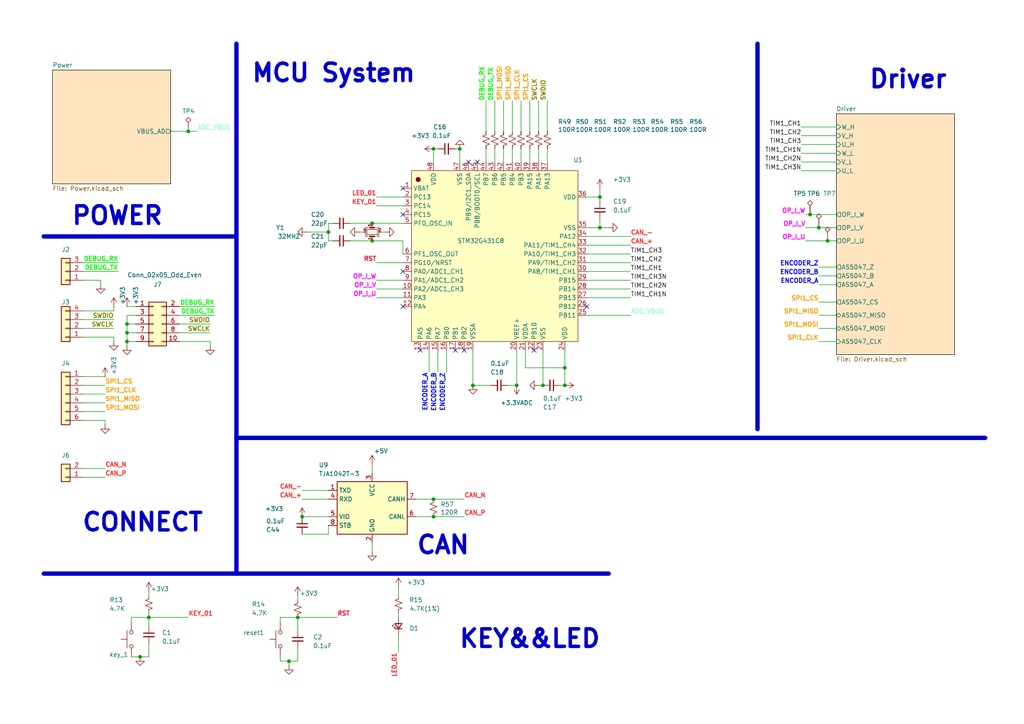
<source format=kicad_sch>
(kicad_sch (version 20231120) (generator "eeschema") (generator_version "8.0")
  (paper "A4")
  (title_block (title "G431_FOC") (date "2024-05-29") (rev "xxx") (company "速比特电子"))
  (lib_symbols
    (symbol "+3.3V_1" (power) (pin_numbers hide) (pin_names (offset 0) hide)
      (property "Value" "+3.3V" (at 0 3.556 0))
      (symbol "+3.3V_1_0_1"
        (polyline (pts (xy -0.762 1.27) (xy 0 2.54)))
        (polyline (pts (xy 0 0) (xy 0 2.54)))
        (polyline (pts (xy 0 2.54) (xy 0.762 1.27)))
      )
      (symbol "+3.3V_1_1_1"
        (pin power_in line (at 0 0 90) (length 0) (name "~") (number "1"))
      )
    )
    (symbol "+3.3V_2" (power) (pin_numbers hide) (pin_names (offset 0) hide)
      (property "Value" "+3.3V" (at 0 3.556 0))
      (symbol "+3.3V_2_0_1"
        (polyline (pts (xy -0.762 1.27) (xy 0 2.54)))
        (polyline (pts (xy 0 0) (xy 0 2.54)))
        (polyline (pts (xy 0 2.54) (xy 0.762 1.27)))
      )
      (symbol "+3.3V_2_1_1"
        (pin power_in line (at 0 0 90) (length 0) (name "~") (number "1"))
      )
    )
    (symbol "+3.3V_3" (power) (pin_numbers hide) (pin_names (offset 0) hide)
      (property "Value" "+3.3V" (at 0 3.556 0))
      (symbol "+3.3V_3_0_1"
        (polyline (pts (xy -0.762 1.27) (xy 0 2.54)))
        (polyline (pts (xy 0 0) (xy 0 2.54)))
        (polyline (pts (xy 0 2.54) (xy 0.762 1.27)))
      )
      (symbol "+3.3V_3_1_1"
        (pin power_in line (at 0 0 90) (length 0) (name "~") (number "1"))
      )
    )
    (symbol "+3.3V_4" (power) (pin_numbers hide) (pin_names (offset 0) hide)
      (property "Value" "+3.3V" (at 0 3.556 0))
      (symbol "+3.3V_4_0_1"
        (polyline (pts (xy -0.762 1.27) (xy 0 2.54)))
        (polyline (pts (xy 0 0) (xy 0 2.54)))
        (polyline (pts (xy 0 2.54) (xy 0.762 1.27)))
      )
      (symbol "+3.3V_4_1_1"
        (pin power_in line (at 0 0 90) (length 0) (name "~") (number "1"))
      )
    )
    (symbol "+3.3V_5" (power) (pin_numbers hide) (pin_names (offset 0) hide)
      (property "Value" "+3.3V" (at 0 3.556 0))
      (symbol "+3.3V_5_0_1"
        (polyline (pts (xy -0.762 1.27) (xy 0 2.54)))
        (polyline (pts (xy 0 0) (xy 0 2.54)))
        (polyline (pts (xy 0 2.54) (xy 0.762 1.27)))
      )
      (symbol "+3.3V_5_1_1"
        (pin power_in line (at 0 0 90) (length 0) (name "~") (number "1"))
      )
    )
    (symbol "Connector:TestPoint_Alt" (pin_numbers hide) (pin_names (offset 0.762) hide)
      (property "Reference" "TP" (at 0 6.858 0))
      (property "Value" "TestPoint_Alt" (at 0 5.08 0))
      (symbol "TestPoint_Alt_0_1"
        (polyline (pts (xy 0 2.54) (xy -0.762 3.302) (xy 0 4.064) (xy 0.762 3.302) (xy 0 2.54)))
      )
      (symbol "TestPoint_Alt_1_1"
        (pin passive line (at 0 0 90) (length 2.54) (name "1") (number "1"))
      )
    )
    (symbol "Connector_Generic:Conn_01x02" (pin_names (offset 1.016) hide)
      (property "Reference" "J" (at 0 2.54 0))
      (property "Value" "Conn_01x02" (at 0 -5.08 0))
      (symbol "Conn_01x02_1_1"
        (rectangle (start -1.27 -2.413) (end 0 -2.667) (stroke (width 0.1524)))
        (rectangle (start -1.27 0.127) (end 0 -0.127) (stroke (width 0.1524)))
        (rectangle (start -1.27 1.27) (end 1.27 -3.81) (stroke (width 0.254)) (fill (type background)))
        (pin passive line (at -5.08 0 0) (length 3.81) (name "Pin_1") (number "1"))
        (pin passive line (at -5.08 -2.54 0) (length 3.81) (name "Pin_2") (number "2"))
      )
    )
    (symbol "Connector_Generic:Conn_01x03" (pin_names (offset 1.016) hide)
      (property "Reference" "J" (at 0 5.08 0))
      (property "Value" "Conn_01x03" (at 0 -5.08 0))
      (symbol "Conn_01x03_1_1"
        (rectangle (start -1.27 -2.413) (end 0 -2.667) (stroke (width 0.1524)))
        (rectangle (start -1.27 0.127) (end 0 -0.127) (stroke (width 0.1524)))
        (rectangle (start -1.27 2.667) (end 0 2.413) (stroke (width 0.1524)))
        (rectangle (start -1.27 3.81) (end 1.27 -3.81) (stroke (width 0.254)) (fill (type background)))
        (pin passive line (at -5.08 2.54 0) (length 3.81) (name "Pin_1") (number "1"))
        (pin passive line (at -5.08 0 0) (length 3.81) (name "Pin_2") (number "2"))
        (pin passive line (at -5.08 -2.54 0) (length 3.81) (name "Pin_3") (number "3"))
      )
    )
    (symbol "Connector_Generic:Conn_01x04" (pin_names (offset 1.016) hide)
      (property "Reference" "J" (at 0 5.08 0))
      (property "Value" "Conn_01x04" (at 0 -7.62 0))
      (symbol "Conn_01x04_1_1"
        (rectangle (start -1.27 -4.953) (end 0 -5.207) (stroke (width 0.1524)))
        (rectangle (start -1.27 -2.413) (end 0 -2.667) (stroke (width 0.1524)))
        (rectangle (start -1.27 0.127) (end 0 -0.127) (stroke (width 0.1524)))
        (rectangle (start -1.27 2.667) (end 0 2.413) (stroke (width 0.1524)))
        (rectangle (start -1.27 3.81) (end 1.27 -6.35) (stroke (width 0.254)) (fill (type background)))
        (pin passive line (at -5.08 2.54 0) (length 3.81) (name "Pin_1") (number "1"))
        (pin passive line (at -5.08 0 0) (length 3.81) (name "Pin_2") (number "2"))
        (pin passive line (at -5.08 -2.54 0) (length 3.81) (name "Pin_3") (number "3"))
        (pin passive line (at -5.08 -5.08 0) (length 3.81) (name "Pin_4") (number "4"))
      )
    )
    (symbol "Connector_Generic:Conn_01x06" (pin_names (offset 1.016) hide)
      (property "Reference" "J" (at 0 7.62 0))
      (property "Value" "Conn_01x06" (at 0 -10.16 0))
      (symbol "Conn_01x06_1_1"
        (rectangle (start -1.27 -7.493) (end 0 -7.747) (stroke (width 0.1524)))
        (rectangle (start -1.27 -4.953) (end 0 -5.207) (stroke (width 0.1524)))
        (rectangle (start -1.27 -2.413) (end 0 -2.667) (stroke (width 0.1524)))
        (rectangle (start -1.27 0.127) (end 0 -0.127) (stroke (width 0.1524)))
        (rectangle (start -1.27 2.667) (end 0 2.413) (stroke (width 0.1524)))
        (rectangle (start -1.27 5.207) (end 0 4.953) (stroke (width 0.1524)))
        (rectangle (start -1.27 6.35) (end 1.27 -8.89) (stroke (width 0.254)) (fill (type background)))
        (pin passive line (at -5.08 5.08 0) (length 3.81) (name "Pin_1") (number "1"))
        (pin passive line (at -5.08 2.54 0) (length 3.81) (name "Pin_2") (number "2"))
        (pin passive line (at -5.08 0 0) (length 3.81) (name "Pin_3") (number "3"))
        (pin passive line (at -5.08 -2.54 0) (length 3.81) (name "Pin_4") (number "4"))
        (pin passive line (at -5.08 -5.08 0) (length 3.81) (name "Pin_5") (number "5"))
        (pin passive line (at -5.08 -7.62 0) (length 3.81) (name "Pin_6") (number "6"))
      )
    )
    (symbol "Connector_Generic:Conn_02x05_Odd_Even" (pin_names (offset 1.016) hide)
      (property "Reference" "J" (at 1.27 7.62 0))
      (property "Value" "Conn_02x05_Odd_Even" (at 1.27 -7.62 0))
      (symbol "Conn_02x05_Odd_Even_1_1"
        (rectangle (start -1.27 -4.953) (end 0 -5.207) (stroke (width 0.1524)))
        (rectangle (start -1.27 -2.413) (end 0 -2.667) (stroke (width 0.1524)))
        (rectangle (start -1.27 0.127) (end 0 -0.127) (stroke (width 0.1524)))
        (rectangle (start -1.27 2.667) (end 0 2.413) (stroke (width 0.1524)))
        (rectangle (start -1.27 5.207) (end 0 4.953) (stroke (width 0.1524)))
        (rectangle (start -1.27 6.35) (end 3.81 -6.35) (stroke (width 0.254)) (fill (type background)))
        (rectangle (start 3.81 -4.953) (end 2.54 -5.207) (stroke (width 0.1524)))
        (rectangle (start 3.81 -2.413) (end 2.54 -2.667) (stroke (width 0.1524)))
        (rectangle (start 3.81 0.127) (end 2.54 -0.127) (stroke (width 0.1524)))
        (rectangle (start 3.81 2.667) (end 2.54 2.413) (stroke (width 0.1524)))
        (rectangle (start 3.81 5.207) (end 2.54 4.953) (stroke (width 0.1524)))
        (pin passive line (at -5.08 5.08 0) (length 3.81) (name "Pin_1") (number "1"))
        (pin passive line (at 7.62 -5.08 180) (length 3.81) (name "Pin_10") (number "10"))
        (pin passive line (at 7.62 5.08 180) (length 3.81) (name "Pin_2") (number "2"))
        (pin passive line (at -5.08 2.54 0) (length 3.81) (name "Pin_3") (number "3"))
        (pin passive line (at 7.62 2.54 180) (length 3.81) (name "Pin_4") (number "4"))
        (pin passive line (at -5.08 0 0) (length 3.81) (name "Pin_5") (number "5"))
        (pin passive line (at 7.62 0 180) (length 3.81) (name "Pin_6") (number "6"))
        (pin passive line (at -5.08 -2.54 0) (length 3.81) (name "Pin_7") (number "7"))
        (pin passive line (at 7.62 -2.54 180) (length 3.81) (name "Pin_8") (number "8"))
        (pin passive line (at -5.08 -5.08 0) (length 3.81) (name "Pin_9") (number "9"))
      )
    )
    (symbol "Device:C_Small" (pin_numbers hide) (pin_names (offset 0.254) hide)
      (property "Reference" "C" (at 0.254 1.778 0))
      (property "Value" "C_Small" (at 0.254 -2.032 0))
      (symbol "C_Small_0_1"
        (polyline (pts (xy -1.524 -0.508) (xy 1.524 -0.508)) (stroke (width 0.3302)))
        (polyline (pts (xy -1.524 0.508) (xy 1.524 0.508)) (stroke (width 0.3048)))
      )
      (symbol "C_Small_1_1"
        (pin passive line (at 0 2.54 270) (length 2.032) (name "~") (number "1"))
        (pin passive line (at 0 -2.54 90) (length 2.032) (name "~") (number "2"))
      )
    )
    (symbol "Device:Crystal_GND24_Small" (pin_names (offset 1.016) hide)
      (property "Reference" "Y" (at 1.27 4.445 0))
      (property "Value" "Crystal_GND24_Small" (at 1.27 2.54 0))
      (symbol "Crystal_GND24_Small_0_1"
        (rectangle (start -0.762 -1.524) (end 0.762 1.524))
        (polyline (pts (xy -1.27 -0.762) (xy -1.27 0.762)) (stroke (width 0.381)))
        (polyline (pts (xy 1.27 -0.762) (xy 1.27 0.762)) (stroke (width 0.381)))
        (polyline (pts (xy -1.27 -1.27) (xy -1.27 -1.905) (xy 1.27 -1.905) (xy 1.27 -1.27)))
        (polyline (pts (xy -1.27 1.27) (xy -1.27 1.905) (xy 1.27 1.905) (xy 1.27 1.27)))
      )
      (symbol "Crystal_GND24_Small_1_1"
        (pin passive line (at -2.54 0 0) (length 1.27) (name "1") (number "1"))
        (pin passive line (at 0 -2.54 90) (length 0.635) (name "2") (number "2"))
        (pin passive line (at 2.54 0 180) (length 1.27) (name "3") (number "3"))
        (pin passive line (at 0 2.54 270) (length 0.635) (name "4") (number "4"))
      )
    )
    (symbol "Device:LED_Small" (pin_numbers hide) (pin_names (offset 0.254) hide)
      (property "Reference" "D" (at -1.27 3.175 0))
      (property "Value" "LED_Small" (at -4.445 -2.54 0))
      (symbol "LED_Small_0_1"
        (polyline (pts (xy -0.762 -1.016) (xy -0.762 1.016)) (stroke (width 0.254)))
        (polyline (pts (xy 1.016 0) (xy -0.762 0)))
        (polyline (pts (xy 0.762 -1.016) (xy -0.762 0) (xy 0.762 1.016) (xy 0.762 -1.016)) (stroke (width 0.254)))
        (polyline (pts (xy 0 0.762) (xy -0.508 1.27) (xy -0.254 1.27) (xy -0.508 1.27) (xy -0.508 1.016)))
        (polyline (pts (xy 0.508 1.27) (xy 0 1.778) (xy 0.254 1.778) (xy 0 1.778) (xy 0 1.524)))
      )
      (symbol "LED_Small_1_1"
        (pin passive line (at -2.54 0 0) (length 1.778) (name "K") (number "1"))
        (pin passive line (at 2.54 0 180) (length 1.778) (name "A") (number "2"))
      )
    )
    (symbol "Device:R_Small_US" (pin_numbers hide) (pin_names (offset 0.254) hide)
      (property "Reference" "R" (at 0.762 0.508 0))
      (property "Value" "R_Small_US" (at 0.762 -1.016 0))
      (symbol "R_Small_US_1_1"
        (polyline (pts (xy 0 0) (xy 1.016 -0.381) (xy 0 -0.762) (xy -1.016 -1.143) (xy 0 -1.524)))
        (polyline (pts (xy 0 1.524) (xy 1.016 1.143) (xy 0 0.762) (xy -1.016 0.381) (xy 0 0)))
        (pin passive line (at 0 2.54 270) (length 1.016) (name "~") (number "1"))
        (pin passive line (at 0 -2.54 90) (length 1.016) (name "~") (number "2"))
      )
    )
    (symbol "GND_1" (power) (pin_numbers hide) (pin_names (offset 0) hide)
      (property "Value" "GND" (at 0 -3.81 0))
      (symbol "GND_1_0_1"
        (polyline (pts (xy 0 0) (xy 0 -1.27) (xy 1.27 -1.27) (xy 0 -2.54) (xy -1.27 -1.27) (xy 0 -1.27)))
      )
      (symbol "GND_1_1_1"
        (pin power_in line (at 0 0 270) (length 0) (name "~") (number "1"))
      )
    )
    (symbol "GND_2" (power) (pin_numbers hide) (pin_names (offset 0) hide)
      (property "Value" "GND" (at 0 -3.81 0))
      (symbol "GND_2_0_1"
        (polyline (pts (xy 0 0) (xy 0 -1.27) (xy 1.27 -1.27) (xy 0 -2.54) (xy -1.27 -1.27) (xy 0 -1.27)))
      )
      (symbol "GND_2_1_1"
        (pin power_in line (at 0 0 270) (length 0) (name "~") (number "1"))
      )
    )
    (symbol "GND_3" (power) (pin_numbers hide) (pin_names (offset 0) hide)
      (property "Value" "GND" (at 0 -3.81 0))
      (symbol "GND_3_0_1"
        (polyline (pts (xy 0 0) (xy 0 -1.27) (xy 1.27 -1.27) (xy 0 -2.54) (xy -1.27 -1.27) (xy 0 -1.27)))
      )
      (symbol "GND_3_1_1"
        (pin power_in line (at 0 0 270) (length 0) (name "~") (number "1"))
      )
    )
    (symbol "GND_4" (power) (pin_numbers hide) (pin_names (offset 0) hide)
      (property "Value" "GND" (at 0 -3.81 0))
      (symbol "GND_4_0_1"
        (polyline (pts (xy 0 0) (xy 0 -1.27) (xy 1.27 -1.27) (xy 0 -2.54) (xy -1.27 -1.27) (xy 0 -1.27)))
      )
      (symbol "GND_4_1_1"
        (pin power_in line (at 0 0 270) (length 0) (name "~") (number "1"))
      )
    )
    (symbol "GND_5" (power) (pin_numbers hide) (pin_names (offset 0) hide)
      (property "Value" "GND" (at 0 -3.81 0))
      (symbol "GND_5_0_1"
        (polyline (pts (xy 0 0) (xy 0 -1.27) (xy 1.27 -1.27) (xy 0 -2.54) (xy -1.27 -1.27) (xy 0 -1.27)))
      )
      (symbol "GND_5_1_1"
        (pin power_in line (at 0 0 270) (length 0) (name "~") (number "1"))
      )
    )
    (symbol "Interface_CAN_LIN:TJA1042T-3"
      (property "Reference" "U" (at -10.16 8.89 0))
      (property "Value" "TJA1042T-3" (at 1.27 8.89 0))
      (symbol "TJA1042T-3_0_1"
        (rectangle (start -10.16 7.62) (end 10.16 -7.62) (stroke (width 0.254)) (fill (type background)))
      )
      (symbol "TJA1042T-3_1_1"
        (pin input line (at -12.7 5.08 0) (length 2.54) (name "TXD") (number "1"))
        (pin power_in line (at 0 -10.16 90) (length 2.54) (name "GND") (number "2"))
        (pin power_in line (at 0 10.16 270) (length 2.54) (name "VCC") (number "3"))
        (pin output line (at -12.7 2.54 0) (length 2.54) (name "RXD") (number "4"))
        (pin power_in line (at -12.7 -2.54 0) (length 2.54) (name "VIO") (number "5"))
        (pin bidirectional line (at 12.7 -2.54 180) (length 2.54) (name "CANL") (number "6"))
        (pin bidirectional line (at 12.7 2.54 180) (length 2.54) (name "CANH") (number "7"))
        (pin input line (at -12.7 -5.08 0) (length 2.54) (name "STB") (number "8"))
      )
    )
    (symbol "SW_Push_1" (pin_numbers hide) (pin_names (offset 1.016) hide)
      (property "Reference" "SW" (at 1.27 2.54 0))
      (property "Value" "SW_Push" (at 0 -1.524 0))
      (symbol "SW_Push_1_0_1"
        (circle (center -2.032 0) (radius 0.508))
        (polyline (pts (xy 0 1.27) (xy 0 3.048)))
        (polyline (pts (xy 2.54 1.27) (xy -2.54 1.27)))
        (circle (center 2.032 0) (radius 0.508))
        (pin passive line (at -5.08 0 0) (length 2.54) (name "1") (number "1"))
        (pin passive line (at 5.08 0 180) (length 2.54) (name "2") (number "2"))
      )
    )
    (symbol "Switch:SW_Push" (pin_numbers hide) (pin_names (offset 1.016) hide)
      (property "Reference" "SW" (at 1.27 2.54 0))
      (property "Value" "SW_Push" (at 0 -1.524 0))
      (symbol "SW_Push_0_1"
        (circle (center -2.032 0) (radius 0.508))
        (polyline (pts (xy 0 1.27) (xy 0 3.048)))
        (polyline (pts (xy 2.54 1.27) (xy -2.54 1.27)))
        (circle (center 2.032 0) (radius 0.508))
        (pin passive line (at -5.08 0 0) (length 2.54) (name "1") (number "1"))
        (pin passive line (at 5.08 0 180) (length 2.54) (name "2") (number "2"))
      )
    )
    (symbol "User_Mcu:STM32G431C8TX"
      (property "Reference" "U" (at -21.844 -3.048 0))
      (symbol "STM32G431C8TX_0_1"
        (rectangle (start -22.86 -10.16) (end 25.4 -59.69) (stroke (width 0.1524)) (fill (type background)))
        (circle (center -20.955 -12.7) (radius 0.635) (stroke (width 0.1524)) (fill (type outline)))
      )
      (symbol "STM32G431C8TX_1_1"
        (pin input line (at -25.4 -15.24 0) (length 2.54) (name "VBAT") (number "1"))
        (pin input line (at -25.4 -44.45 0) (length 2.54) (name "PA2/ADC1_CH3") (number "10"))
        (pin input line (at -25.4 -46.99 0) (length 2.54) (name "PA3") (number "11"))
        (pin input line (at -25.4 -49.53 0) (length 2.54) (name "PA4") (number "12"))
        (pin input line (at -20.32 -62.23 90) (length 2.54) (name "PA5") (number "13"))
        (pin input line (at -17.78 -62.23 90) (length 2.54) (name "PA6") (number "14"))
        (pin input line (at -15.24 -62.23 90) (length 2.54) (name "PA7") (number "15"))
        (pin input line (at -12.7 -62.23 90) (length 2.54) (name "PB0") (number "16"))
        (pin input line (at -10.16 -62.23 90) (length 2.54) (name "PB1") (number "17"))
        (pin input line (at -7.62 -62.23 90) (length 2.54) (name "PB2") (number "18"))
        (pin input line (at -5.08 -62.23 90) (length 2.54) (name "VSSA") (number "19"))
        (pin input line (at -25.4 -17.78 0) (length 2.54) (name "PC13") (number "2"))
        (pin input line (at 7.62 -62.23 90) (length 2.54) (name "VREF+") (number "20"))
        (pin input line (at 10.16 -62.23 90) (length 2.54) (name "VDDA") (number "21"))
        (pin input line (at 12.7 -62.23 90) (length 2.54) (name "PB10") (number "22"))
        (pin input line (at 15.24 -62.23 90) (length 2.54) (name "VSS") (number "23"))
        (pin input line (at 21.59 -62.23 90) (length 2.54) (name "VDD") (number "24"))
        (pin input line (at 27.94 -52.07 180) (length 2.54) (name "PB11") (number "25"))
        (pin input line (at 27.94 -49.53 180) (length 2.54) (name "PB12") (number "26"))
        (pin bidirectional line (at 27.94 -46.99 180) (length 2.54) (name "PB13") (number "27"))
        (pin bidirectional line (at 27.94 -44.45 180) (length 2.54) (name "PB14") (number "28"))
        (pin bidirectional line (at 27.94 -41.91 180) (length 2.54) (name "PB15") (number "29"))
        (pin input line (at -25.4 -20.32 0) (length 2.54) (name "PC14") (number "3"))
        (pin bidirectional line (at 27.94 -39.37 180) (length 2.54) (name "PA8/TIM1_CH1") (number "30"))
        (pin bidirectional line (at 27.94 -36.83 180) (length 2.54) (name "PA9/TIM1_CH2") (number "31"))
        (pin bidirectional line (at 27.94 -34.29 180) (length 2.54) (name "PA10/TIM1_CH3") (number "32"))
        (pin input line (at 27.94 -31.75 180) (length 2.54) (name "PA11/TIM1_CH4") (number "33"))
        (pin bidirectional line (at 27.94 -29.21 180) (length 2.54) (name "PA12") (number "34"))
        (pin input line (at 27.94 -26.67 180) (length 2.54) (name "VSS") (number "35"))
        (pin input line (at 27.94 -17.78 180) (length 2.54) (name "VDD") (number "36"))
        (pin input line (at 16.51 -7.62 270) (length 2.54) (name "PA13") (number "37"))
        (pin input line (at 13.97 -7.62 270) (length 2.54) (name "PA14") (number "38"))
        (pin input line (at 11.43 -7.62 270) (length 2.54) (name "PA15") (number "39"))
        (pin input line (at -25.4 -22.86 0) (length 2.54) (name "PC15") (number "4"))
        (pin input line (at 8.89 -7.62 270) (length 2.54) (name "PB3") (number "40"))
        (pin input line (at 6.35 -7.62 270) (length 2.54) (name "PB4") (number "41"))
        (pin input line (at 3.81 -7.62 270) (length 2.54) (name "PB5") (number "42"))
        (pin input line (at 1.27 -7.62 270) (length 2.54) (name "PB6") (number "43"))
        (pin input line (at -1.27 -7.62 270) (length 2.54) (name "PB7") (number "44"))
        (pin input line (at -3.81 -7.62 270) (length 2.54) (name "PB8/BOOT0/SCL") (number "45"))
        (pin input line (at -6.35 -7.62 270) (length 2.54) (name "PB9/I2C1_SDA") (number "46"))
        (pin input line (at -8.89 -7.62 270) (length 2.54) (name "VSS") (number "47"))
        (pin input line (at -16.51 -7.62 270) (length 2.54) (name "VDD") (number "48"))
        (pin input line (at -25.4 -25.4 0) (length 2.54) (name "PF0_OSC_IN") (number "5"))
        (pin input line (at -25.4 -34.29 0) (length 2.54) (name "PF1_OSC_OUT") (number "6"))
        (pin input line (at -25.4 -36.83 0) (length 2.54) (name "PG10/NRST") (number "7"))
        (pin input line (at -25.4 -39.37 0) (length 2.54) (name "PA0/ADC1_CH1") (number "8"))
        (pin input line (at -25.4 -41.91 0) (length 2.54) (name "PA1/ADC1_CH2") (number "9"))
      )
    )
    (symbol "power:+3.3V" (power) (pin_numbers hide) (pin_names (offset 0) hide)
      (property "Value" "+3.3V" (at 0 3.556 0))
      (symbol "+3.3V_0_1"
        (polyline (pts (xy -0.762 1.27) (xy 0 2.54)))
        (polyline (pts (xy 0 0) (xy 0 2.54)))
        (polyline (pts (xy 0 2.54) (xy 0.762 1.27)))
      )
      (symbol "+3.3V_1_1"
        (pin power_in line (at 0 0 90) (length 0) (name "~") (number "1"))
      )
    )
    (symbol "power:+3.3VADC" (power) (pin_numbers hide) (pin_names (offset 0) hide)
      (property "Value" "+3.3VADC" (at 0 3.556 0))
      (symbol "+3.3VADC_0_0"
        (pin power_in line (at 0 0 90) (length 0) (name "~") (number "1"))
      )
      (symbol "+3.3VADC_0_1"
        (polyline (pts (xy -0.762 1.27) (xy 0 2.54)))
        (polyline (pts (xy 0 0) (xy 0 2.54)))
        (polyline (pts (xy 0 2.54) (xy 0.762 1.27)))
      )
    )
    (symbol "power:+5V" (power) (pin_numbers hide) (pin_names (offset 0) hide)
      (property "Value" "+5V" (at 0 3.556 0))
      (symbol "+5V_0_1"
        (polyline (pts (xy -0.762 1.27) (xy 0 2.54)))
        (polyline (pts (xy 0 0) (xy 0 2.54)))
        (polyline (pts (xy 0 2.54) (xy 0.762 1.27)))
      )
      (symbol "+5V_1_1"
        (pin power_in line (at 0 0 90) (length 0) (name "~") (number "1"))
      )
    )
    (symbol "power:GND" (power) (pin_numbers hide) (pin_names (offset 0) hide)
      (property "Value" "GND" (at 0 -3.81 0))
      (symbol "GND_0_1"
        (polyline (pts (xy 0 0) (xy 0 -1.27) (xy 1.27 -1.27) (xy 0 -2.54) (xy -1.27 -1.27) (xy 0 -1.27)))
      )
      (symbol "GND_1_1"
        (pin power_in line (at 0 0 270) (length 0) (name "~") (number "1"))
      )
    )
  )
  (junction (at 157.48 111.76))
  (junction (at 240.03 69.85))
  (junction (at 107.95 64.77))
  (junction (at 86.36 179.07))
  (junction (at 173.99 57.15))
  (junction (at 125.73 144.78))
  (junction (at 43.18 179.07))
  (junction (at 95.25 67.31))
  (junction (at 40.64 190.5))
  (junction (at 83.82 191.77))
  (junction (at 133.35 43.18))
  (junction (at 125.73 149.86))
  (junction (at 54.61 38.1))
  (junction (at 234.95 62.23))
  (junction (at 36.83 96.52))
  (junction (at 149.86 111.76))
  (junction (at 173.99 66.04))
  (junction (at 163.83 111.76))
  (junction (at 125.73 43.18))
  (junction (at 36.83 93.98))
  (junction (at 237.49 66.04))
  (junction (at 36.83 99.06))
  (junction (at 163.83 106.68))
  (junction (at 137.16 111.76))
  (junction (at 87.63 149.86))
  (junction (at 107.95 69.85))
  (no_connect (at 121.92 101.6))
  (no_connect (at 116.84 62.23))
  (no_connect (at 170.18 88.9))
  (no_connect (at 138.43 46.99))
  (no_connect (at 116.84 88.9))
  (no_connect (at 132.08 101.6))
  (no_connect (at 116.84 54.61))
  (no_connect (at 134.62 101.6))
  (no_connect (at 154.94 101.6))
  (no_connect (at 116.84 78.74))
  (no_connect (at 135.89 46.99))
  (wire (pts (xy 24.13 92.71) (xy 33.02 92.71)))
  (wire (pts (xy 36.83 88.9) (xy 39.37 88.9)))
  (wire (pts (xy 127 101.6) (xy 127 107.95)))
  (wire (pts (xy 24.13 109.22) (xy 30.48 109.22)))
  (polyline (pts (xy 219.71 12.7) (xy 219.71 124.46)) (stroke (width 1.27)))
  (wire (pts (xy 101.6 64.77) (xy 107.95 64.77)))
  (wire (pts (xy 237.49 95.25) (xy 242.57 95.25)))
  (wire (pts (xy 24.13 97.79) (xy 33.02 97.79)))
  (polyline (pts (xy 12.7 68.58) (xy 68.58 68.58)) (stroke (width 1.27)))
  (wire (pts (xy 153.67 29.21) (xy 153.67 38.1)))
  (wire (pts (xy 109.22 81.28) (xy 116.84 81.28)))
  (wire (pts (xy 125.73 43.18) (xy 125.73 46.99)))
  (wire (pts (xy 30.48 123.19) (xy 30.48 121.92)))
  (wire (pts (xy 52.07 99.06) (xy 60.96 99.06)))
  (wire (pts (xy 232.41 46.99) (xy 242.57 46.99)))
  (wire (pts (xy 87.63 154.94) (xy 95.25 154.94)))
  (wire (pts (xy 81.28 190.5) (xy 81.28 191.77)))
  (wire (pts (xy 232.41 49.53) (xy 242.57 49.53)))
  (wire (pts (xy 170.18 86.36) (xy 182.88 86.36)))
  (wire (pts (xy 233.68 62.23) (xy 234.95 62.23)))
  (wire (pts (xy 170.18 76.2) (xy 182.88 76.2)))
  (wire (pts (xy 24.13 78.74) (xy 34.29 78.74)))
  (wire (pts (xy 24.13 95.25) (xy 33.02 95.25)))
  (wire (pts (xy 173.99 66.04) (xy 176.53 66.04)))
  (wire (pts (xy 81.28 179.07) (xy 86.36 179.07)))
  (wire (pts (xy 237.49 82.55) (xy 242.57 82.55)))
  (wire (pts (xy 170.18 66.04) (xy 173.99 66.04)))
  (wire (pts (xy 129.54 101.6) (xy 129.54 107.95)))
  (wire (pts (xy 60.96 99.06) (xy 60.96 100.33)))
  (wire (pts (xy 86.36 187.96) (xy 86.36 191.77)))
  (wire (pts (xy 101.6 69.85) (xy 107.95 69.85)))
  (wire (pts (xy 24.13 119.38) (xy 30.48 119.38)))
  (wire (pts (xy 152.4 101.6) (xy 152.4 106.68)))
  (wire (pts (xy 158.75 29.21) (xy 158.75 38.1)))
  (polyline (pts (xy 12.7 166.37) (xy 176.53 166.37)) (stroke (width 1.27)))
  (wire (pts (xy 234.95 62.23) (xy 242.57 62.23)))
  (wire (pts (xy 95.25 67.31) (xy 95.25 69.85)))
  (wire (pts (xy 39.37 91.44) (xy 36.83 91.44)))
  (wire (pts (xy 24.13 114.3) (xy 30.48 114.3)))
  (wire (pts (xy 170.18 81.28) (xy 182.88 81.28)))
  (wire (pts (xy 170.18 91.44) (xy 182.88 91.44)))
  (wire (pts (xy 87.63 149.86) (xy 95.25 149.86)))
  (wire (pts (xy 170.18 78.74) (xy 182.88 78.74)))
  (wire (pts (xy 95.25 64.77) (xy 95.25 67.31)))
  (wire (pts (xy 120.65 144.78) (xy 125.73 144.78)))
  (wire (pts (xy 36.83 99.06) (xy 36.83 100.33)))
  (wire (pts (xy 148.59 29.21) (xy 148.59 38.1)))
  (wire (pts (xy 107.95 69.85) (xy 116.84 69.85)))
  (wire (pts (xy 83.82 191.77) (xy 83.82 193.04)))
  (wire (pts (xy 237.49 77.47) (xy 242.57 77.47)))
  (wire (pts (xy 109.22 59.69) (xy 116.84 59.69)))
  (wire (pts (xy 86.36 172.72) (xy 86.36 173.99)))
  (wire (pts (xy 148.59 43.18) (xy 148.59 46.99)))
  (wire (pts (xy 237.49 80.01) (xy 242.57 80.01)))
  (wire (pts (xy 95.25 64.77) (xy 96.52 64.77)))
  (wire (pts (xy 38.1 179.07) (xy 38.1 180.34)))
  (wire (pts (xy 54.61 38.1) (xy 57.15 38.1)))
  (wire (pts (xy 24.13 76.2) (xy 34.29 76.2)))
  (wire (pts (xy 156.21 43.18) (xy 156.21 46.99)))
  (wire (pts (xy 146.05 29.21) (xy 146.05 38.1)))
  (wire (pts (xy 232.41 36.83) (xy 242.57 36.83)))
  (wire (pts (xy 137.16 101.6) (xy 137.16 111.76)))
  (wire (pts (xy 36.83 91.44) (xy 36.83 93.98)))
  (wire (pts (xy 158.75 43.18) (xy 158.75 46.99)))
  (wire (pts (xy 24.13 116.84) (xy 30.48 116.84)))
  (wire (pts (xy 170.18 57.15) (xy 173.99 57.15)))
  (wire (pts (xy 43.18 171.45) (xy 43.18 172.72)))
  (wire (pts (xy 81.28 179.07) (xy 81.28 180.34)))
  (wire (pts (xy 36.83 96.52) (xy 36.83 99.06)))
  (wire (pts (xy 170.18 71.12) (xy 182.88 71.12)))
  (wire (pts (xy 24.13 90.17) (xy 33.02 90.17)))
  (wire (pts (xy 52.07 88.9) (xy 62.23 88.9)))
  (wire (pts (xy 173.99 58.42) (xy 173.99 57.15)))
  (wire (pts (xy 110.49 67.31) (xy 111.76 67.31)))
  (wire (pts (xy 43.18 177.8) (xy 43.18 179.07)))
  (wire (pts (xy 104.14 67.31) (xy 105.41 67.31)))
  (wire (pts (xy 109.22 76.2) (xy 116.84 76.2)))
  (wire (pts (xy 107.95 157.48) (xy 107.95 160.02)))
  (wire (pts (xy 232.41 41.91) (xy 242.57 41.91)))
  (wire (pts (xy 52.07 96.52) (xy 60.96 96.52)))
  (wire (pts (xy 162.56 111.76) (xy 163.83 111.76)))
  (wire (pts (xy 87.63 144.78) (xy 95.25 144.78)))
  (wire (pts (xy 24.13 111.76) (xy 30.48 111.76)))
  (wire (pts (xy 237.49 66.04) (xy 242.57 66.04)))
  (wire (pts (xy 232.41 39.37) (xy 242.57 39.37)))
  (wire (pts (xy 152.4 106.68) (xy 163.83 106.68)))
  (wire (pts (xy 43.18 179.07) (xy 43.18 181.61)))
  (wire (pts (xy 173.99 63.5) (xy 173.99 66.04)))
  (wire (pts (xy 95.25 69.85) (xy 96.52 69.85)))
  (wire (pts (xy 33.02 97.79) (xy 33.02 99.06)))
  (wire (pts (xy 86.36 179.07) (xy 97.79 179.07)))
  (wire (pts (xy 233.68 66.04) (xy 237.49 66.04)))
  (wire (pts (xy 153.67 43.18) (xy 153.67 46.99)))
  (wire (pts (xy 36.83 99.06) (xy 39.37 99.06)))
  (wire (pts (xy 170.18 83.82) (xy 182.88 83.82)))
  (wire (pts (xy 24.13 138.43) (xy 30.48 138.43)))
  (wire (pts (xy 132.08 43.18) (xy 133.35 43.18)))
  (wire (pts (xy 52.07 91.44) (xy 62.23 91.44)))
  (wire (pts (xy 125.73 43.18) (xy 127 43.18)))
  (wire (pts (xy 151.13 29.21) (xy 151.13 38.1)))
  (wire (pts (xy 237.49 87.63) (xy 242.57 87.63)))
  (wire (pts (xy 120.65 149.86) (xy 125.73 149.86)))
  (wire (pts (xy 149.86 111.76) (xy 147.32 111.76)))
  (wire (pts (xy 81.28 191.77) (xy 83.82 191.77)))
  (wire (pts (xy 49.53 38.1) (xy 54.61 38.1)))
  (polyline (pts (xy 68.58 127) (xy 285.75 127)) (stroke (width 1.27)))
  (wire (pts (xy 95.25 152.4) (xy 95.25 154.94)))
  (wire (pts (xy 109.22 83.82) (xy 116.84 83.82)))
  (wire (pts (xy 133.35 43.18) (xy 133.35 46.99)))
  (wire (pts (xy 33.02 88.9) (xy 33.02 90.17)))
  (wire (pts (xy 173.99 54.61) (xy 173.99 57.15)))
  (wire (pts (xy 115.57 184.15) (xy 115.57 189.23)))
  (wire (pts (xy 40.64 190.5) (xy 43.18 190.5)))
  (wire (pts (xy 170.18 73.66) (xy 182.88 73.66)))
  (wire (pts (xy 124.46 101.6) (xy 124.46 107.95)))
  (wire (pts (xy 149.86 101.6) (xy 149.86 111.76)))
  (wire (pts (xy 52.07 93.98) (xy 60.96 93.98)))
  (wire (pts (xy 43.18 179.07) (xy 38.1 179.07)))
  (wire (pts (xy 125.73 149.86) (xy 134.62 149.86)))
  (wire (pts (xy 156.21 111.76) (xy 157.48 111.76)))
  (wire (pts (xy 24.13 81.28) (xy 29.21 81.28)))
  (wire (pts (xy 116.84 69.85) (xy 116.84 73.66)))
  (wire (pts (xy 29.21 81.28) (xy 29.21 82.55)))
  (wire (pts (xy 43.18 190.5) (xy 43.18 186.69)))
  (wire (pts (xy 143.51 43.18) (xy 143.51 46.99)))
  (wire (pts (xy 140.97 43.18) (xy 140.97 46.99)))
  (wire (pts (xy 157.48 101.6) (xy 157.48 111.76)))
  (wire (pts (xy 125.73 144.78) (xy 134.62 144.78)))
  (wire (pts (xy 163.83 106.68) (xy 163.83 111.76)))
  (wire (pts (xy 109.22 86.36) (xy 116.84 86.36)))
  (wire (pts (xy 83.82 191.77) (xy 86.36 191.77)))
  (wire (pts (xy 232.41 44.45) (xy 242.57 44.45)))
  (wire (pts (xy 115.57 170.18) (xy 115.57 172.72)))
  (wire (pts (xy 237.49 99.06) (xy 242.57 99.06)))
  (wire (pts (xy 30.48 121.92) (xy 24.13 121.92)))
  (wire (pts (xy 137.16 111.76) (xy 142.24 111.76)))
  (wire (pts (xy 43.18 179.07) (xy 54.61 179.07)))
  (wire (pts (xy 36.83 93.98) (xy 39.37 93.98)))
  (wire (pts (xy 109.22 57.15) (xy 116.84 57.15)))
  (wire (pts (xy 151.13 43.18) (xy 151.13 46.99)))
  (wire (pts (xy 233.68 69.85) (xy 240.03 69.85)))
  (polyline (pts (xy 68.58 12.7) (xy 68.58 166.37)) (stroke (width 1.27)))
  (wire (pts (xy 86.36 179.07) (xy 86.36 182.88)))
  (wire (pts (xy 170.18 68.58) (xy 182.88 68.58)))
  (wire (pts (xy 36.83 93.98) (xy 36.83 96.52)))
  (wire (pts (xy 115.57 177.8) (xy 115.57 179.07)))
  (wire (pts (xy 143.51 29.21) (xy 143.51 38.1)))
  (wire (pts (xy 156.21 29.21) (xy 156.21 38.1)))
  (wire (pts (xy 237.49 91.44) (xy 242.57 91.44)))
  (wire (pts (xy 87.63 142.24) (xy 95.25 142.24)))
  (wire (pts (xy 107.95 134.62) (xy 107.95 137.16)))
  (wire (pts (xy 38.1 190.5) (xy 40.64 190.5)))
  (wire (pts (xy 146.05 43.18) (xy 146.05 46.99)))
  (wire (pts (xy 88.9 67.31) (xy 95.25 67.31)))
  (wire (pts (xy 24.13 135.89) (xy 30.48 135.89)))
  (wire (pts (xy 163.83 101.6) (xy 163.83 106.68)))
  (wire (pts (xy 140.97 29.21) (xy 140.97 38.1)))
  (wire (pts (xy 36.83 96.52) (xy 39.37 96.52)))
  (wire (pts (xy 240.03 69.85) (xy 242.57 69.85)))
  (wire (pts (xy 107.95 64.77) (xy 116.84 64.77)))
  (text "CAN" (at 128.524 158.242 0) (effects (font (size 5.08 5.08) (thickness 1.016) (bold yes))))
  (text "POWER" (at 34.036 62.738 0) (effects (font (size 5.08 5.08) (bold yes))))
  (text "Driver" (at 263.398 23.114 0) (effects (font (size 5.08 5.08) (bold yes))))
  (text "KEY&&LED" (at 153.67 185.42 0) (effects (font (size 5.08 5.08) (thickness 1.016) (bold yes))))
  (text "MCU System" (at 96.774 21.336 0) (effects (font (size 5.08 5.08) (bold yes))))
  (text "CONNECT" (at 41.402 151.638 0) (effects (font (size 5.08 5.08) (bold yes))))
  (label "CAN_N" (at 134.62 144.78 0) (effects (font (thickness 0.254) (bold yes))))
  (label "LED_01" (at 109.22 57.15 180) (effects (font (thickness 0.254) (bold yes))))
  (label "ENCODER_B" (at 127 107.95 270) (effects (font (thickness 0.254) (bold yes))))
  (label "ENCODER_A" (at 124.46 107.95 270) (effects (font (thickness 0.254) (bold yes))))
  (label "SPI1_MISO" (at 148.59 29.21 90) (effects (font (thickness 0.254) (bold yes))))
  (label "DEBUG_TX" (at 143.51 29.21 90) (effects (font (thickness 0.254) (bold yes))))
  (label "TIM1_CH2N" (at 232.41 46.99 180))
  (label "SPI1_MOSI" (at 146.05 29.21 90) (effects (font (thickness 0.254) (bold yes))))
  (label "TIM1_CH2N" (at 182.88 83.82 0))
  (label "OP_I_V" (at 233.68 66.04 180) (effects (font (bold yes))))
  (label "TIM1_CH1" (at 232.41 36.83 180))
  (label "ENCODER_Z" (at 237.49 77.47 180) (effects (font (thickness 0.254) (bold yes))))
  (label "DEBUG_RX" (at 34.29 76.2 180) (effects (font (thickness 0.254) (bold yes))))
  (label "OP_I_U" (at 233.68 69.85 180) (effects (font (bold yes))))
  (label "TIM1_CH1N" (at 182.88 86.36 0))
  (label "SWDIO" (at 60.96 93.98 180) (effects (font (thickness 0.254) (bold yes))))
  (label "CAN_+" (at 87.63 144.78 180) (effects (font (thickness 0.254) (bold yes))))
  (label "DEBUG_RX" (at 62.23 88.9 180) (effects (font (thickness 0.254) (bold yes))))
  (label "ADC_VBUS" (at 182.88 91.44 0) (effects (font (bold yes))))
  (label "KEY_01" (at 109.22 59.69 180) (effects (font (thickness 0.254) (bold yes))))
  (label "CAN_P" (at 134.62 149.86 0) (effects (font (thickness 0.254) (bold yes))))
  (label "SWCLK" (at 60.96 96.52 180) (effects (font (thickness 0.254) (bold yes))))
  (label "TIM1_CH3N" (at 232.41 49.53 180))
  (label "DEBUG_TX" (at 62.23 91.44 180) (effects (font (thickness 0.254) (bold yes))))
  (label "OP_I_V" (at 109.22 83.82 180) (effects (font (bold yes))))
  (label "SWCLK" (at 33.02 95.25 180) (effects (font (thickness 0.254) (bold yes))))
  (label "DEBUG_TX" (at 34.29 78.74 180) (effects (font (thickness 0.254) (bold yes))))
  (label "OP_I_W" (at 233.68 62.23 180) (effects (font (bold yes))))
  (label "TIM1_CH1" (at 182.88 78.74 0))
  (label "SPI1_MOSI" (at 30.48 119.38 0) (effects (font (thickness 0.254) (bold yes))))
  (label "SPI1_CS" (at 153.67 29.21 90) (effects (font (thickness 0.254) (bold yes))))
  (label "ADC_VBUS" (at 57.15 38.1 0) (effects (font (bold yes))))
  (label "SWCLK" (at 156.21 29.21 90) (effects (font (thickness 0.254) (bold yes))))
  (label "TIM1_CH3" (at 232.41 41.91 180))
  (label "KEY_01" (at 54.61 179.07 0) (effects (font (thickness 0.254) (bold yes))))
  (label "TIM1_CH3N" (at 182.88 81.28 0))
  (label "SPI1_CS" (at 30.48 111.76 0) (effects (font (thickness 0.254) (bold yes))))
  (label "TIM1_CH2" (at 182.88 76.2 0))
  (label "SPI1_MOSI" (at 237.49 95.25 180) (effects (font (thickness 0.254) (bold yes))))
  (label "SWDIO" (at 33.02 92.71 180) (effects (font (thickness 0.254) (bold yes))))
  (label "SPI1_MISO" (at 237.49 91.44 180) (effects (font (thickness 0.254) (bold yes))))
  (label "SWDIO" (at 158.75 29.21 90) (effects (font (thickness 0.254) (bold yes))))
  (label "RST" (at 97.79 179.07 0) (effects (font (thickness 0.254) (bold yes))))
  (label "CAN_+" (at 182.88 71.12 0) (effects (font (thickness 0.254) (bold yes))))
  (label "OP_I_U" (at 109.22 86.36 180) (effects (font (bold yes))))
  (label "SPI1_CLK" (at 30.48 114.3 0) (effects (font (thickness 0.254) (bold yes))))
  (label "DEBUG_RX" (at 140.97 29.21 90) (effects (font (thickness 0.254) (bold yes))))
  (label "OP_I_W" (at 109.22 81.28 180) (effects (font (bold yes))))
  (label "TIM1_CH1N" (at 232.41 44.45 180))
  (label "RST" (at 109.22 76.2 180) (effects (font (thickness 0.254) (bold yes))))
  (label "SPI1_CLK" (at 237.49 99.06 180) (effects (font (thickness 0.254) (bold yes))))
  (label "ENCODER_A" (at 237.49 82.55 180) (effects (font (thickness 0.254) (bold yes))))
  (label "TIM1_CH2" (at 232.41 39.37 180))
  (label "TIM1_CH3" (at 182.88 73.66 0))
  (label "SPI1_CLK" (at 151.13 29.21 90) (effects (font (thickness 0.254) (bold yes))))
  (label "SPI1_CS" (at 237.49 87.63 180) (effects (font (thickness 0.254) (bold yes))))
  (label "CAN_-" (at 87.63 142.24 180) (effects (font (thickness 0.254) (bold yes))))
  (label "CAN_N" (at 30.48 135.89 0) (effects (font (thickness 0.254) (bold yes))))
  (label "LED_01" (at 115.57 189.23 270) (effects (font (thickness 0.254) (bold yes))))
  (label "ENCODER_Z" (at 129.54 107.95 270) (effects (font (thickness 0.254) (bold yes))))
  (label "CAN_P" (at 30.48 138.43 0) (effects (font (thickness 0.254) (bold yes))))
  (label "ENCODER_B" (at 237.49 80.01 180) (effects (font (thickness 0.254) (bold yes))))
  (label "SPI1_MISO" (at 30.48 116.84 0) (effects (font (thickness 0.254) (bold yes))))
  (label "CAN_-" (at 182.88 68.58 0) (effects (font (thickness 0.254) (bold yes))))
  (symbol (lib_id "Connector:TestPoint_Alt") (at 240.03 69.85 0) (unit 1)
    (property "Reference" "TP7" (at 238.76 56.134 0) (effects (justify left)))
    (property "Value" "TestPoint_Alt" (effects (hide yes)))
    (property "Footprint" "TestPoint:TestPoint_Pad_D1.0mm" (effects (hide yes)))
    (property "Description" "test point (alternative shape)" (effects (hide yes)))
  )
  (symbol (lib_id "Device:C_Small") (at 144.78 111.76 270) (unit 1)
    (property "Reference" "C18" (at 142.24 107.95 90) (effects (justify left)))
    (property "Value" "0.1uF" (at 142.24 105.41 90) (effects (justify left)))
    (property "Footprint" "Capacitor_SMD:C_0603_1608Metric" (effects (hide yes)))
  )
  (symbol (lib_id "User_Mcu:STM32G431C8TX") (at 142.24 39.37 0) (unit 1)
    (property "Reference" "U1" (at 167.64 46.3864 0))
    (property "Value" "STM32G431C8" (at 139.446 69.85 0))
    (property "Footprint" "Package_QFP:LQFP-48_7x7mm_P0.5mm" (effects (hide yes)))
  )
  (symbol (lib_id "Device:C_Small") (at 86.36 185.42 0) (unit 1)
    (property "Reference" "C2" (at 90.805 184.785 0) (effects (justify left)))
    (property "Value" "0.1uF" (at 90.805 187.325 0) (effects (justify left)))
    (property "Footprint" "Capacitor_SMD:C_0603_1608Metric" (effects (hide yes)))
  )
  (symbol (lib_id "Connector:TestPoint_Alt") (at 54.61 38.1 0) (unit 1)
    (property "Reference" "TP4" (at 52.832 32.258 0) (effects (justify left)))
    (property "Value" "TestPoint_Alt" (effects (hide yes)))
    (property "Footprint" "TestPoint:TestPoint_Pad_D1.0mm" (effects (hide yes)))
    (property "Description" "test point (alternative shape)" (effects (hide yes)))
  )
  (symbol (lib_name "SW_Push_1") (lib_id "Switch:SW_Push") (at 38.1 185.42 90) (unit 1)
    (property "Reference" "key_1" (at 31.75 189.865 90) (effects (justify right)))
    (property "Value" "SW_Push" (effects (hide yes)))
    (property "Footprint" "Button_Switch_SMD:SW_SPST_CK_RS282G05A3" (effects (hide yes)))
    (property "Description" "Push button switch, generic, two pins" (effects (hide yes)))
  )
  (symbol (lib_id "Device:C_Small") (at 99.06 64.77 270) (unit 1)
    (property "Reference" "C20" (at 90.17 62.23 90) (effects (justify left)))
    (property "Value" "22pF" (at 90.17 64.77 90) (effects (justify left)))
    (property "Footprint" "Capacitor_SMD:C_0603_1608Metric" (effects (hide yes)))
  )
  (symbol (lib_name "+3.3V_4") (lib_id "power:+3.3V") (at 86.36 172.72 0) (unit 1)
    (property "Reference" "#PWR026" (effects (hide yes)))
    (property "Value" "+3V3" (at 89.535 172.085 0))
    (property "Description" "Power symbol creates a global label with name \"+3.3V\"" (effects (hide yes)))
  )
  (symbol (lib_name "+3.3V_3") (lib_id "power:+3.3V") (at 125.73 43.18 90) (unit 1)
    (property "Reference" "#PWR028" (effects (hide yes)))
    (property "Value" "+3V3" (at 121.92 39.37 90))
    (property "Description" "Power symbol creates a global label with name \"+3.3V\"" (effects (hide yes)))
  )
  (symbol (lib_id "Device:R_Small_US") (at 153.67 40.64 0) (mirror y) (unit 1)
    (property "Reference" "R54" (at 188.722 35.306 0) (effects (justify right)))
    (property "Value" "100R" (at 188.722 37.592 0) (effects (justify right)))
    (property "Footprint" "Resistor_SMD:R_0603_1608Metric" (effects (hide yes)))
  )
  (symbol (lib_id "Device:R_Small_US") (at 125.73 147.32 0) (mirror y) (unit 1)
    (property "Reference" "R57" (at 127.762 146.304 0) (effects (justify right)))
    (property "Value" "120R" (at 127.762 148.59 0) (effects (justify right)))
    (property "Footprint" "Resistor_SMD:R_0603_1608Metric" (effects (hide yes)))
  )
  (symbol (lib_name "GND_3") (lib_id "power:GND") (at 33.02 99.06 0) (unit 1)
    (property "Reference" "#PWR022" (effects (hide yes)))
    (property "Value" "GND" (effects (hide yes)))
    (property "Description" "Power symbol creates a global label with name \"GND\" , ground" (effects (hide yes)))
  )
  (symbol (lib_id "Device:R_Small_US") (at 143.51 40.64 0) (mirror y) (unit 1)
    (property "Reference" "R50" (at 166.878 35.306 0) (effects (justify right)))
    (property "Value" "100R" (at 166.878 37.592 0) (effects (justify right)))
    (property "Footprint" "Resistor_SMD:R_0603_1608Metric" (effects (hide yes)))
  )
  (symbol (lib_id "Device:R_Small_US") (at 140.97 40.64 0) (mirror y) (unit 1)
    (property "Reference" "R49" (at 161.798 35.306 0) (effects (justify right)))
    (property "Value" "100R" (at 161.798 37.592 0) (effects (justify right)))
    (property "Footprint" "Resistor_SMD:R_0603_1608Metric" (effects (hide yes)))
  )
  (symbol (lib_id "power:+3.3VADC") (at 149.86 111.76 180) (unit 1)
    (property "Reference" "#PWR033" (effects (hide yes)))
    (property "Value" "+3.3VADC" (at 149.86 116.84 0))
    (property "Description" "Power symbol creates a global label with name \"+3.3VADC\"" (effects (hide yes)))
  )
  (symbol (lib_id "Connector_Generic:Conn_01x03") (at 19.05 78.74 180) (unit 1)
    (property "Reference" "J2" (at 19.05 72.39 0))
    (property "Value" "Conn_01x03" (effects (hide yes)))
    (property "Footprint" "Connector_Molex:Molex_PicoBlade_53398-0371_1x03-1MP_P1.25mm_Vertical" (effects (hide yes)))
  )
  (symbol (lib_id "Device:R_Small_US") (at 115.57 175.26 0) (mirror x) (unit 1)
    (property "Reference" "R15" (at 122.555 173.99 0) (effects (justify right)))
    (property "Value" "4.7K(1%)" (at 127.635 176.53 0) (effects (justify right)))
    (property "Footprint" "Resistor_SMD:R_0603_1608Metric" (effects (hide yes)))
  )
  (symbol (lib_name "+3.3V_3") (lib_id "power:+3.3V") (at 87.63 149.86 0) (unit 1)
    (property "Reference" "#PWR065" (effects (hide yes)))
    (property "Value" "+3V3" (at 79.502 147.574 0))
    (property "Description" "Power symbol creates a global label with name \"+3.3V\"" (effects (hide yes)))
  )
  (symbol (lib_name "GND_4") (lib_id "power:GND") (at 104.14 67.31 270) (unit 1)
    (property "Reference" "#PWR036" (effects (hide yes)))
    (property "Value" "GND" (effects (hide yes)))
    (property "Description" "Power symbol creates a global label with name \"GND\" , ground" (effects (hide yes)))
  )
  (symbol (lib_id "Device:R_Small_US") (at 156.21 40.64 0) (mirror y) (unit 1)
    (property "Reference" "R55" (at 194.31 35.306 0) (effects (justify right)))
    (property "Value" "100R" (at 194.31 37.592 0) (effects (justify right)))
    (property "Footprint" "Resistor_SMD:R_0603_1608Metric" (effects (hide yes)))
  )
  (symbol (lib_name "+3.3V_3") (lib_id "power:+3.3V") (at 173.99 54.61 0) (unit 1)
    (property "Reference" "#PWR035" (effects (hide yes)))
    (property "Value" "+3V3" (at 180.34 52.07 0))
    (property "Description" "Power symbol creates a global label with name \"+3.3V\"" (effects (hide yes)))
  )
  (symbol (lib_id "Device:C_Small") (at 99.06 69.85 270) (unit 1)
    (property "Reference" "C21" (at 90.17 68.58 90) (effects (justify left)))
    (property "Value" "22pF" (at 90.17 71.12 90) (effects (justify left)))
    (property "Footprint" "Capacitor_SMD:C_0603_1608Metric" (effects (hide yes)))
  )
  (symbol (lib_name "GND_4") (lib_id "power:GND") (at 176.53 66.04 90) (unit 1)
    (property "Reference" "#PWR034" (effects (hide yes)))
    (property "Value" "GND" (effects (hide yes)))
    (property "Description" "Power symbol creates a global label with name \"GND\" , ground" (effects (hide yes)))
  )
  (symbol (lib_id "Connector_Generic:Conn_01x06") (at 19.05 114.3 0) (mirror y) (unit 1)
    (property "Reference" "J4" (at 19.05 105.41 0))
    (property "Value" "Conn_01x06" (effects (hide yes)))
    (property "Footprint" "Connector_Molex:Molex_PicoBlade_53398-0671_1x06-1MP_P1.25mm_Vertical" (effects (hide yes)))
  )
  (symbol (lib_id "Device:C_Small") (at 173.99 60.96 0) (unit 1)
    (property "Reference" "C19" (at 177.8 58.42 0) (effects (justify left)))
    (property "Value" "0.1uF" (at 177.8 60.96 0) (effects (justify left)))
    (property "Footprint" "Capacitor_SMD:C_0603_1608Metric" (effects (hide yes)))
  )
  (symbol (lib_id "power:GND") (at 29.21 82.55 0) (unit 1)
    (property "Reference" "#PWR012" (effects (hide yes)))
    (property "Value" "GND" (effects (hide yes)))
    (property "Description" "Power symbol creates a global label with name \"GND\" , ground" (effects (hide yes)))
  )
  (symbol (lib_id "Device:R_Small_US") (at 151.13 40.64 0) (mirror y) (unit 1)
    (property "Reference" "R53" (at 183.388 35.306 0) (effects (justify right)))
    (property "Value" "100R" (at 183.388 37.592 0) (effects (justify right)))
    (property "Footprint" "Resistor_SMD:R_0603_1608Metric" (effects (hide yes)))
  )
  (symbol (lib_id "power:+5V") (at 107.95 134.62 0) (mirror y) (unit 1)
    (property "Reference" "#PWR067" (effects (hide yes)))
    (property "Value" "+5V" (at 110.49 130.81 0))
    (property "Description" "Power symbol creates a global label with name \"+5V\"" (effects (hide yes)))
  )
  (symbol (lib_id "Device:C_Small") (at 87.63 152.4 0) (unit 1)
    (property "Reference" "C44" (at 77.216 153.67 0) (effects (justify left)))
    (property "Value" "0.1uF" (at 77.216 151.13 0) (effects (justify left)))
    (property "Footprint" "Capacitor_SMD:C_0603_1608Metric" (effects (hide yes)))
  )
  (symbol (lib_id "Device:C_Small") (at 129.54 43.18 90) (unit 1)
    (property "Reference" "C16" (at 129.54 36.83 90) (effects (justify left)))
    (property "Value" "0.1uF" (at 130.81 39.37 90) (effects (justify left)))
    (property "Footprint" "Capacitor_SMD:C_0603_1608Metric" (effects (hide yes)))
  )
  (symbol (lib_id "power:+3.3V") (at 30.48 109.22 0) (unit 1)
    (property "Reference" "#PWR015" (effects (hide yes)))
    (property "Value" "+3V3" (at 33.02 106.045 90))
    (property "Description" "Power symbol creates a global label with name \"+3.3V\"" (effects (hide yes)))
  )
  (symbol (lib_name "GND_4") (lib_id "power:GND") (at 137.16 111.76 0) (unit 1)
    (property "Reference" "#PWR032" (effects (hide yes)))
    (property "Value" "GND" (effects (hide yes)))
    (property "Description" "Power symbol creates a global label with name \"GND\" , ground" (effects (hide yes)))
  )
  (symbol (lib_id "Device:C_Small") (at 43.18 184.15 0) (unit 1)
    (property "Reference" "C1" (at 46.99 183.515 0) (effects (justify left)))
    (property "Value" "0.1uF" (at 46.99 186.055 0) (effects (justify left)))
    (property "Footprint" "Capacitor_SMD:C_0603_1608Metric" (effects (hide yes)))
  )
  (symbol (lib_id "Switch:SW_Push") (at 81.28 185.42 90) (unit 1)
    (property "Reference" "reset1" (at 70.485 183.515 90) (effects (justify right)))
    (property "Value" "SW_Push" (effects (hide yes)))
    (property "Footprint" "Button_Switch_SMD:SW_SPST_CK_RS282G05A3" (effects (hide yes)))
    (property "Description" "Push button switch, generic, two pins" (effects (hide yes)))
  )
  (symbol (lib_name "+3.3V_1") (lib_id "power:+3.3V") (at 43.18 171.45 0) (unit 1)
    (property "Reference" "#PWR024" (effects (hide yes)))
    (property "Value" "+3V3" (at 46.355 170.815 0))
    (property "Description" "Power symbol creates a global label with name \"+3.3V\"" (effects (hide yes)))
  )
  (symbol (lib_id "Device:R_Small_US") (at 158.75 40.64 0) (mirror y) (unit 1)
    (property "Reference" "R56" (at 199.898 35.306 0) (effects (justify right)))
    (property "Value" "100R" (at 199.898 37.592 0) (effects (justify right)))
    (property "Footprint" "Resistor_SMD:R_0603_1608Metric" (effects (hide yes)))
  )
  (symbol (lib_name "+3.3V_5") (lib_id "power:+3.3V") (at 115.57 170.18 0) (unit 1)
    (property "Reference" "#PWR027" (effects (hide yes)))
    (property "Value" "+3V3" (at 120.65 168.91 0))
    (property "Description" "Power symbol creates a global label with name \"+3.3V\"" (effects (hide yes)))
  )
  (symbol (lib_name "GND_2") (lib_id "power:GND") (at 30.48 123.19 0) (unit 1)
    (property "Reference" "#PWR016" (effects (hide yes)))
    (property "Value" "GND" (effects (hide yes)))
    (property "Description" "Power symbol creates a global label with name \"GND\" , ground" (effects (hide yes)))
  )
  (symbol (lib_name "GND_4") (lib_id "power:GND") (at 133.35 43.18 180) (unit 1)
    (property "Reference" "#PWR029" (effects (hide yes)))
    (property "Value" "GND" (effects (hide yes)))
    (property "Description" "Power symbol creates a global label with name \"GND\" , ground" (effects (hide yes)))
  )
  (symbol (lib_name "+3.3V_2") (lib_id "power:+3.3V") (at 36.83 88.9 0) (unit 1)
    (property "Reference" "#PWR069" (effects (hide yes)))
    (property "Value" "+3V3" (at 39.37 85.725 90))
    (property "Description" "Power symbol creates a global label with name \"+3.3V\"" (effects (hide yes)))
  )
  (symbol (lib_id "Device:R_Small_US") (at 86.36 176.53 0) (mirror y) (unit 1)
    (property "Reference" "R14" (at 73.025 175.26 0) (effects (justify right)))
    (property "Value" "4.7K" (at 73.025 177.8 0) (effects (justify right)))
    (property "Footprint" "Resistor_SMD:R_0603_1608Metric" (effects (hide yes)))
  )
  (symbol (lib_name "GND_4") (lib_id "power:GND") (at 107.95 160.02 0) (unit 1)
    (property "Reference" "#PWR066" (effects (hide yes)))
    (property "Value" "GND" (effects (hide yes)))
    (property "Description" "Power symbol creates a global label with name \"GND\" , ground" (effects (hide yes)))
  )
  (symbol (lib_name "GND_1") (lib_id "power:GND") (at 40.64 190.5 0) (unit 1)
    (property "Reference" "#PWR023" (effects (hide yes)))
    (property "Value" "GND" (effects (hide yes)))
    (property "Description" "Power symbol creates a global label with name \"GND\" , ground" (effects (hide yes)))
  )
  (symbol (lib_name "GND_4") (lib_id "power:GND") (at 111.76 67.31 90) (unit 1)
    (property "Reference" "#PWR037" (effects (hide yes)))
    (property "Value" "GND" (effects (hide yes)))
    (property "Description" "Power symbol creates a global label with name \"GND\" , ground" (effects (hide yes)))
  )
  (symbol (lib_id "Device:R_Small_US") (at 146.05 40.64 0) (mirror y) (unit 1)
    (property "Reference" "R51" (at 172.212 35.306 0) (effects (justify right)))
    (property "Value" "100R" (at 172.212 37.592 0) (effects (justify right)))
    (property "Footprint" "Resistor_SMD:R_0603_1608Metric" (effects (hide yes)))
  )
  (symbol (lib_id "Connector_Generic:Conn_01x02") (at 19.05 138.43 180) (unit 1)
    (property "Reference" "J6" (at 19.05 132.08 0))
    (property "Value" "Conn_01x02" (effects (hide yes)))
    (property "Footprint" "Connector_Molex:Molex_PicoBlade_53398-0271_1x02-1MP_P1.25mm_Vertical" (effects (hide yes)))
    (property "Description" "Generic connector, single row, 01x02, script generated (kicad-library-utils/schlib/autogen/connector/)" (effects (hide yes)))
  )
  (symbol (lib_name "+3.3V_3") (lib_id "power:+3.3V") (at 163.83 111.76 270) (unit 1)
    (property "Reference" "#PWR030" (effects (hide yes)))
    (property "Value" "+3V3" (at 166.37 115.57 90))
    (property "Description" "Power symbol creates a global label with name \"+3.3V\"" (effects (hide yes)))
  )
  (symbol (lib_id "Device:C_Small") (at 160.02 111.76 270) (unit 1)
    (property "Reference" "C17" (at 157.48 118.11 90) (effects (justify left)))
    (property "Value" "0.1uF" (at 157.48 115.57 90) (effects (justify left)))
    (property "Footprint" "Capacitor_SMD:C_0603_1608Metric" (effects (hide yes)))
  )
  (symbol (lib_id "Device:LED_Small") (at 115.57 181.61 90) (unit 1)
    (property "Reference" "D1" (at 118.745 182.245 90) (effects (justify right)))
    (property "Value" "LED_Red" (effects (hide yes)))
    (property "Footprint" "Diode_SMD:D_0603_1608Metric_Pad1.05x0.95mm_HandSolder" (effects (hide yes)))
  )
  (symbol (lib_id "Device:Crystal_GND24_Small") (at 107.95 67.31 90) (unit 1)
    (property "Reference" "Y1" (at 81.28 66.04 90))
    (property "Value" "32MHZ" (at 83.82 68.58 90))
    (property "Footprint" "Crystal:Crystal_SMD_3225-4Pin_3.2x2.5mm" (effects (hide yes)))
    (property "Description" "Four pin crystal, GND on pins 2 and 4, small symbol" (effects (hide yes)))
  )
  (symbol (lib_name "GND_5") (lib_id "power:GND") (at 83.82 193.04 0) (unit 1)
    (property "Reference" "#PWR025" (effects (hide yes)))
    (property "Value" "GND" (effects (hide yes)))
    (property "Description" "Power symbol creates a global label with name \"GND\" , ground" (effects (hide yes)))
  )
  (symbol (lib_id "Device:R_Small_US") (at 148.59 40.64 0) (mirror y) (unit 1)
    (property "Reference" "R52" (at 177.8 35.306 0) (effects (justify right)))
    (property "Value" "100R" (at 177.8 37.592 0) (effects (justify right)))
    (property "Footprint" "Resistor_SMD:R_0603_1608Metric" (effects (hide yes)))
  )
  (symbol (lib_id "Device:R_Small_US") (at 43.18 175.26 0) (mirror y) (unit 1)
    (property "Reference" "R13" (at 31.75 173.99 0) (effects (justify right)))
    (property "Value" "4.7K" (at 31.75 176.53 0) (effects (justify right)))
    (property "Footprint" "Resistor_SMD:R_0603_1608Metric" (effects (hide yes)))
  )
  (symbol (lib_name "GND_4") (lib_id "power:GND") (at 156.21 111.76 270) (unit 1)
    (property "Reference" "#PWR031" (effects (hide yes)))
    (property "Value" "GND" (effects (hide yes)))
    (property "Description" "Power symbol creates a global label with name \"GND\" , ground" (effects (hide yes)))
  )
  (symbol (lib_name "+3.3V_2") (lib_id "power:+3.3V") (at 33.02 88.9 0) (unit 1)
    (property "Reference" "#PWR021" (effects (hide yes)))
    (property "Value" "+3V3" (at 35.56 85.725 90))
    (property "Description" "Power symbol creates a global label with name \"+3.3V\"" (effects (hide yes)))
  )
  (symbol (lib_name "GND_4") (lib_id "power:GND") (at 88.9 67.31 270) (unit 1)
    (property "Reference" "#PWR064" (effects (hide yes)))
    (property "Value" "GND" (effects (hide yes)))
    (property "Description" "Power symbol creates a global label with name \"GND\" , ground" (effects (hide yes)))
  )
  (symbol (lib_id "Interface_CAN_LIN:TJA1042T-3") (at 107.95 147.32 0) (unit 1)
    (property "Reference" "U9" (at 92.456 134.874 0) (effects (justify left)))
    (property "Value" "TJA1042T-3" (at 92.456 137.414 0) (effects (justify left)))
    (property "Footprint" "Package_SO:SOIC-8_3.9x4.9mm_P1.27mm" (effects (hide yes)))
    (property "Datasheet" "http://www.nxp.com/docs/en/data-sheet/TJA1042.pdf" (effects (hide yes)))
    (property "Description" "High-Speed CAN Transceiver, separate VIO, standby mode, SOIC-8" (effects (hide yes)))
  )
  (symbol (lib_id "Connector:TestPoint_Alt") (at 237.49 66.04 0) (unit 1)
    (property "Reference" "TP6" (at 234.188 56.134 0) (effects (justify left)))
    (property "Value" "TestPoint_Alt" (effects (hide yes)))
    (property "Footprint" "TestPoint:TestPoint_Pad_D1.0mm" (effects (hide yes)))
    (property "Description" "test point (alternative shape)" (effects (hide yes)))
  )
  (symbol (lib_name "GND_3") (lib_id "power:GND") (at 36.83 100.33 0) (unit 1)
    (property "Reference" "#PWR070" (effects (hide yes)))
    (property "Value" "GND" (effects (hide yes)))
    (property "Description" "Power symbol creates a global label with name \"GND\" , ground" (effects (hide yes)))
  )
  (symbol (lib_id "Connector_Generic:Conn_01x04") (at 19.05 95.25 180) (unit 1)
    (property "Reference" "J3" (at 19.05 87.63 0))
    (property "Value" "Conn_01x04" (effects (hide yes)))
    (property "Footprint" "Connector_Molex:Molex_PicoBlade_53398-0471_1x04-1MP_P1.25mm_Vertical" (effects (hide yes)))
  )
  (symbol (lib_id "Connector_Generic:Conn_02x05_Odd_Even") (at 44.45 93.98 0) (unit 1)
    (property "Reference" "J7" (at 45.72 82.55 0))
    (property "Value" "Conn_02x05_Odd_Even" (at 47.752 79.756 0))
    (property "Footprint" "user_connector:IDC-Header_2x05_P1.27mm_Vertical_THT" (effects (hide yes)))
    (property "Description" "Generic connector, double row, 02x05, odd/even pin numbering scheme (row 1 odd numbers, row 2 even numbers), script generated (kicad-library-utils/schlib/autogen/connector/)" (effects (hide yes)))
  )
  (symbol (lib_name "GND_3") (lib_id "power:GND") (at 60.96 100.33 0) (unit 1)
    (property "Reference" "#PWR068" (effects (hide yes)))
    (property "Value" "GND" (effects (hide yes)))
    (property "Description" "Power symbol creates a global label with name \"GND\" , ground" (effects (hide yes)))
  )
  (symbol (lib_id "Connector:TestPoint_Alt") (at 234.95 62.23 0) (unit 1)
    (property "Reference" "TP5" (at 230.124 56.134 0) (effects (justify left)))
    (property "Value" "TestPoint_Alt" (effects (hide yes)))
    (property "Footprint" "TestPoint:TestPoint_Pad_D1.0mm" (effects (hide yes)))
    (property "Description" "test point (alternative shape)" (effects (hide yes)))
  )
  (sheet (at 242.57 33.02) (size 34.29 69.85) (stroke (width 0.1524) (color 0 0 0 1)) (fill (color 255 229 191 1.0000))
    (property "Sheetname" "Driver" (at 242.57 32.3084 0) (effects (justify left bottom)))
    (property "Sheetfile" "Driver.kicad_sch" (at 242.57 103.4546 0) (effects (justify left top)))
    (pin "U_L" input (at 242.57 49.53 180))
    (pin "U_H" input (at 242.57 41.91 180))
    (pin "W_H" input (at 242.57 36.83 180))
    (pin "V_H" input (at 242.57 39.37 180))
    (pin "V_L" input (at 242.57 46.99 180))
    (pin "W_L" input (at 242.57 44.45 180))
    (pin "OP_I_W" output (at 242.57 62.23 180))
    (pin "OP_I_V" output (at 242.57 66.04 180))
    (pin "OP_I_U" output (at 242.57 69.85 180))
    (pin "AS5047_Z" output (at 242.57 77.47 180))
    (pin "AS5047_B" output (at 242.57 80.01 180))
    (pin "AS5047_A" output (at 242.57 82.55 180))
    (pin "AS5047_CS" output (at 242.57 87.63 180))
    (pin "AS5047_MISO" bidirectional (at 242.57 91.44 180))
    (pin "AS5047_CLK" input (at 242.57 99.06 180))
    (pin "AS5047_MOSI" bidirectional (at 242.57 95.25 180))
  )
  (sheet (at 15.24 20.32) (size 34.29 33.02) (stroke (width 0.1524) (color 0 0 0 1)) (fill (color 255 229 191 1.0000))
    (property "Sheetname" "Power" (at 15.24 19.6084 0) (effects (justify left bottom)))
    (property "Sheetfile" "Power.kicad_sch" (at 15.24 53.9246 0) (effects (justify left top)))
    (pin "VBUS_AD" output (at 49.53 38.1 0))
  )
)
</source>
